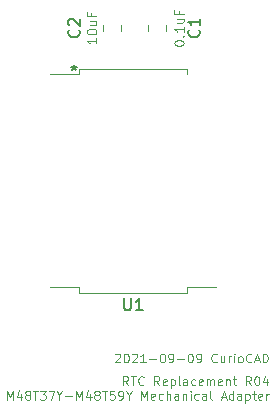
<source format=gto>
%TF.GenerationSoftware,KiCad,Pcbnew,(5.1.10)-1*%
%TF.CreationDate,2021-09-09T19:00:59-06:00*%
%TF.ProjectId,NVRTC,4e565254-432e-46b6-9963-61645f706362,3*%
%TF.SameCoordinates,Original*%
%TF.FileFunction,Legend,Top*%
%TF.FilePolarity,Positive*%
%FSLAX46Y46*%
G04 Gerber Fmt 4.6, Leading zero omitted, Abs format (unit mm)*
G04 Created by KiCad (PCBNEW (5.1.10)-1) date 2021-09-09 19:00:59*
%MOMM*%
%LPD*%
G01*
G04 APERTURE LIST*
%ADD10C,0.100000*%
%ADD11C,0.120000*%
%ADD12C,0.150000*%
%ADD13C,0.080000*%
G04 APERTURE END LIST*
D10*
X149493571Y-107035714D02*
X149529285Y-107000000D01*
X149600714Y-106964285D01*
X149779285Y-106964285D01*
X149850714Y-107000000D01*
X149886428Y-107035714D01*
X149922142Y-107107142D01*
X149922142Y-107178571D01*
X149886428Y-107285714D01*
X149457857Y-107714285D01*
X149922142Y-107714285D01*
X150386428Y-106964285D02*
X150457857Y-106964285D01*
X150529285Y-107000000D01*
X150565000Y-107035714D01*
X150600714Y-107107142D01*
X150636428Y-107250000D01*
X150636428Y-107428571D01*
X150600714Y-107571428D01*
X150565000Y-107642857D01*
X150529285Y-107678571D01*
X150457857Y-107714285D01*
X150386428Y-107714285D01*
X150315000Y-107678571D01*
X150279285Y-107642857D01*
X150243571Y-107571428D01*
X150207857Y-107428571D01*
X150207857Y-107250000D01*
X150243571Y-107107142D01*
X150279285Y-107035714D01*
X150315000Y-107000000D01*
X150386428Y-106964285D01*
X150922142Y-107035714D02*
X150957857Y-107000000D01*
X151029285Y-106964285D01*
X151207857Y-106964285D01*
X151279285Y-107000000D01*
X151315000Y-107035714D01*
X151350714Y-107107142D01*
X151350714Y-107178571D01*
X151315000Y-107285714D01*
X150886428Y-107714285D01*
X151350714Y-107714285D01*
X152065000Y-107714285D02*
X151636428Y-107714285D01*
X151850714Y-107714285D02*
X151850714Y-106964285D01*
X151779285Y-107071428D01*
X151707857Y-107142857D01*
X151636428Y-107178571D01*
X152386428Y-107428571D02*
X152957857Y-107428571D01*
X153457857Y-106964285D02*
X153529285Y-106964285D01*
X153600714Y-107000000D01*
X153636428Y-107035714D01*
X153672142Y-107107142D01*
X153707857Y-107250000D01*
X153707857Y-107428571D01*
X153672142Y-107571428D01*
X153636428Y-107642857D01*
X153600714Y-107678571D01*
X153529285Y-107714285D01*
X153457857Y-107714285D01*
X153386428Y-107678571D01*
X153350714Y-107642857D01*
X153315000Y-107571428D01*
X153279285Y-107428571D01*
X153279285Y-107250000D01*
X153315000Y-107107142D01*
X153350714Y-107035714D01*
X153386428Y-107000000D01*
X153457857Y-106964285D01*
X154065000Y-107714285D02*
X154207857Y-107714285D01*
X154279285Y-107678571D01*
X154315000Y-107642857D01*
X154386428Y-107535714D01*
X154422142Y-107392857D01*
X154422142Y-107107142D01*
X154386428Y-107035714D01*
X154350714Y-107000000D01*
X154279285Y-106964285D01*
X154136428Y-106964285D01*
X154065000Y-107000000D01*
X154029285Y-107035714D01*
X153993571Y-107107142D01*
X153993571Y-107285714D01*
X154029285Y-107357142D01*
X154065000Y-107392857D01*
X154136428Y-107428571D01*
X154279285Y-107428571D01*
X154350714Y-107392857D01*
X154386428Y-107357142D01*
X154422142Y-107285714D01*
X154743571Y-107428571D02*
X155315000Y-107428571D01*
X155815000Y-106964285D02*
X155886428Y-106964285D01*
X155957857Y-107000000D01*
X155993571Y-107035714D01*
X156029285Y-107107142D01*
X156065000Y-107250000D01*
X156065000Y-107428571D01*
X156029285Y-107571428D01*
X155993571Y-107642857D01*
X155957857Y-107678571D01*
X155886428Y-107714285D01*
X155815000Y-107714285D01*
X155743571Y-107678571D01*
X155707857Y-107642857D01*
X155672142Y-107571428D01*
X155636428Y-107428571D01*
X155636428Y-107250000D01*
X155672142Y-107107142D01*
X155707857Y-107035714D01*
X155743571Y-107000000D01*
X155815000Y-106964285D01*
X156422142Y-107714285D02*
X156565000Y-107714285D01*
X156636428Y-107678571D01*
X156672142Y-107642857D01*
X156743571Y-107535714D01*
X156779285Y-107392857D01*
X156779285Y-107107142D01*
X156743571Y-107035714D01*
X156707857Y-107000000D01*
X156636428Y-106964285D01*
X156493571Y-106964285D01*
X156422142Y-107000000D01*
X156386428Y-107035714D01*
X156350714Y-107107142D01*
X156350714Y-107285714D01*
X156386428Y-107357142D01*
X156422142Y-107392857D01*
X156493571Y-107428571D01*
X156636428Y-107428571D01*
X156707857Y-107392857D01*
X156743571Y-107357142D01*
X156779285Y-107285714D01*
X158100714Y-107642857D02*
X158065000Y-107678571D01*
X157957857Y-107714285D01*
X157886428Y-107714285D01*
X157779285Y-107678571D01*
X157707857Y-107607142D01*
X157672142Y-107535714D01*
X157636428Y-107392857D01*
X157636428Y-107285714D01*
X157672142Y-107142857D01*
X157707857Y-107071428D01*
X157779285Y-107000000D01*
X157886428Y-106964285D01*
X157957857Y-106964285D01*
X158065000Y-107000000D01*
X158100714Y-107035714D01*
X158743571Y-107214285D02*
X158743571Y-107714285D01*
X158422142Y-107214285D02*
X158422142Y-107607142D01*
X158457857Y-107678571D01*
X158529285Y-107714285D01*
X158636428Y-107714285D01*
X158707857Y-107678571D01*
X158743571Y-107642857D01*
X159100714Y-107714285D02*
X159100714Y-107214285D01*
X159100714Y-107357142D02*
X159136428Y-107285714D01*
X159172142Y-107250000D01*
X159243571Y-107214285D01*
X159315000Y-107214285D01*
X159565000Y-107714285D02*
X159565000Y-107214285D01*
X159565000Y-106964285D02*
X159529285Y-107000000D01*
X159565000Y-107035714D01*
X159600714Y-107000000D01*
X159565000Y-106964285D01*
X159565000Y-107035714D01*
X160029285Y-107714285D02*
X159957857Y-107678571D01*
X159922142Y-107642857D01*
X159886428Y-107571428D01*
X159886428Y-107357142D01*
X159922142Y-107285714D01*
X159957857Y-107250000D01*
X160029285Y-107214285D01*
X160136428Y-107214285D01*
X160207857Y-107250000D01*
X160243571Y-107285714D01*
X160279285Y-107357142D01*
X160279285Y-107571428D01*
X160243571Y-107642857D01*
X160207857Y-107678571D01*
X160136428Y-107714285D01*
X160029285Y-107714285D01*
X161029285Y-107642857D02*
X160993571Y-107678571D01*
X160886428Y-107714285D01*
X160815000Y-107714285D01*
X160707857Y-107678571D01*
X160636428Y-107607142D01*
X160600714Y-107535714D01*
X160565000Y-107392857D01*
X160565000Y-107285714D01*
X160600714Y-107142857D01*
X160636428Y-107071428D01*
X160707857Y-107000000D01*
X160815000Y-106964285D01*
X160886428Y-106964285D01*
X160993571Y-107000000D01*
X161029285Y-107035714D01*
X161315000Y-107500000D02*
X161672142Y-107500000D01*
X161243571Y-107714285D02*
X161493571Y-106964285D01*
X161743571Y-107714285D01*
X161993571Y-107714285D02*
X161993571Y-106964285D01*
X162172142Y-106964285D01*
X162279285Y-107000000D01*
X162350714Y-107071428D01*
X162386428Y-107142857D01*
X162422142Y-107285714D01*
X162422142Y-107392857D01*
X162386428Y-107535714D01*
X162350714Y-107607142D01*
X162279285Y-107678571D01*
X162172142Y-107714285D01*
X161993571Y-107714285D01*
X150600714Y-109641785D02*
X150350714Y-109284642D01*
X150172142Y-109641785D02*
X150172142Y-108891785D01*
X150457857Y-108891785D01*
X150529285Y-108927500D01*
X150565000Y-108963214D01*
X150600714Y-109034642D01*
X150600714Y-109141785D01*
X150565000Y-109213214D01*
X150529285Y-109248928D01*
X150457857Y-109284642D01*
X150172142Y-109284642D01*
X150815000Y-108891785D02*
X151243571Y-108891785D01*
X151029285Y-109641785D02*
X151029285Y-108891785D01*
X151922142Y-109570357D02*
X151886428Y-109606071D01*
X151779285Y-109641785D01*
X151707857Y-109641785D01*
X151600714Y-109606071D01*
X151529285Y-109534642D01*
X151493571Y-109463214D01*
X151457857Y-109320357D01*
X151457857Y-109213214D01*
X151493571Y-109070357D01*
X151529285Y-108998928D01*
X151600714Y-108927500D01*
X151707857Y-108891785D01*
X151779285Y-108891785D01*
X151886428Y-108927500D01*
X151922142Y-108963214D01*
X153243571Y-109641785D02*
X152993571Y-109284642D01*
X152815000Y-109641785D02*
X152815000Y-108891785D01*
X153100714Y-108891785D01*
X153172142Y-108927500D01*
X153207857Y-108963214D01*
X153243571Y-109034642D01*
X153243571Y-109141785D01*
X153207857Y-109213214D01*
X153172142Y-109248928D01*
X153100714Y-109284642D01*
X152815000Y-109284642D01*
X153850714Y-109606071D02*
X153779285Y-109641785D01*
X153636428Y-109641785D01*
X153565000Y-109606071D01*
X153529285Y-109534642D01*
X153529285Y-109248928D01*
X153565000Y-109177500D01*
X153636428Y-109141785D01*
X153779285Y-109141785D01*
X153850714Y-109177500D01*
X153886428Y-109248928D01*
X153886428Y-109320357D01*
X153529285Y-109391785D01*
X154207857Y-109141785D02*
X154207857Y-109891785D01*
X154207857Y-109177500D02*
X154279285Y-109141785D01*
X154422142Y-109141785D01*
X154493571Y-109177500D01*
X154529285Y-109213214D01*
X154565000Y-109284642D01*
X154565000Y-109498928D01*
X154529285Y-109570357D01*
X154493571Y-109606071D01*
X154422142Y-109641785D01*
X154279285Y-109641785D01*
X154207857Y-109606071D01*
X154993571Y-109641785D02*
X154922142Y-109606071D01*
X154886428Y-109534642D01*
X154886428Y-108891785D01*
X155600714Y-109641785D02*
X155600714Y-109248928D01*
X155565000Y-109177500D01*
X155493571Y-109141785D01*
X155350714Y-109141785D01*
X155279285Y-109177500D01*
X155600714Y-109606071D02*
X155529285Y-109641785D01*
X155350714Y-109641785D01*
X155279285Y-109606071D01*
X155243571Y-109534642D01*
X155243571Y-109463214D01*
X155279285Y-109391785D01*
X155350714Y-109356071D01*
X155529285Y-109356071D01*
X155600714Y-109320357D01*
X156279285Y-109606071D02*
X156207857Y-109641785D01*
X156065000Y-109641785D01*
X155993571Y-109606071D01*
X155957857Y-109570357D01*
X155922142Y-109498928D01*
X155922142Y-109284642D01*
X155957857Y-109213214D01*
X155993571Y-109177500D01*
X156065000Y-109141785D01*
X156207857Y-109141785D01*
X156279285Y-109177500D01*
X156886428Y-109606071D02*
X156815000Y-109641785D01*
X156672142Y-109641785D01*
X156600714Y-109606071D01*
X156565000Y-109534642D01*
X156565000Y-109248928D01*
X156600714Y-109177500D01*
X156672142Y-109141785D01*
X156815000Y-109141785D01*
X156886428Y-109177500D01*
X156922142Y-109248928D01*
X156922142Y-109320357D01*
X156565000Y-109391785D01*
X157243571Y-109641785D02*
X157243571Y-109141785D01*
X157243571Y-109213214D02*
X157279285Y-109177500D01*
X157350714Y-109141785D01*
X157457857Y-109141785D01*
X157529285Y-109177500D01*
X157565000Y-109248928D01*
X157565000Y-109641785D01*
X157565000Y-109248928D02*
X157600714Y-109177500D01*
X157672142Y-109141785D01*
X157779285Y-109141785D01*
X157850714Y-109177500D01*
X157886428Y-109248928D01*
X157886428Y-109641785D01*
X158529285Y-109606071D02*
X158457857Y-109641785D01*
X158315000Y-109641785D01*
X158243571Y-109606071D01*
X158207857Y-109534642D01*
X158207857Y-109248928D01*
X158243571Y-109177500D01*
X158315000Y-109141785D01*
X158457857Y-109141785D01*
X158529285Y-109177500D01*
X158565000Y-109248928D01*
X158565000Y-109320357D01*
X158207857Y-109391785D01*
X158886428Y-109141785D02*
X158886428Y-109641785D01*
X158886428Y-109213214D02*
X158922142Y-109177500D01*
X158993571Y-109141785D01*
X159100714Y-109141785D01*
X159172142Y-109177500D01*
X159207857Y-109248928D01*
X159207857Y-109641785D01*
X159457857Y-109141785D02*
X159743571Y-109141785D01*
X159565000Y-108891785D02*
X159565000Y-109534642D01*
X159600714Y-109606071D01*
X159672142Y-109641785D01*
X159743571Y-109641785D01*
X160993571Y-109641785D02*
X160743571Y-109284642D01*
X160565000Y-109641785D02*
X160565000Y-108891785D01*
X160850714Y-108891785D01*
X160922142Y-108927500D01*
X160957857Y-108963214D01*
X160993571Y-109034642D01*
X160993571Y-109141785D01*
X160957857Y-109213214D01*
X160922142Y-109248928D01*
X160850714Y-109284642D01*
X160565000Y-109284642D01*
X161457857Y-108891785D02*
X161529285Y-108891785D01*
X161600714Y-108927500D01*
X161636428Y-108963214D01*
X161672142Y-109034642D01*
X161707857Y-109177500D01*
X161707857Y-109356071D01*
X161672142Y-109498928D01*
X161636428Y-109570357D01*
X161600714Y-109606071D01*
X161529285Y-109641785D01*
X161457857Y-109641785D01*
X161386428Y-109606071D01*
X161350714Y-109570357D01*
X161315000Y-109498928D01*
X161279285Y-109356071D01*
X161279285Y-109177500D01*
X161315000Y-109034642D01*
X161350714Y-108963214D01*
X161386428Y-108927500D01*
X161457857Y-108891785D01*
X162350714Y-109141785D02*
X162350714Y-109641785D01*
X162172142Y-108856071D02*
X161993571Y-109391785D01*
X162457857Y-109391785D01*
X140350714Y-110866785D02*
X140350714Y-110116785D01*
X140600714Y-110652500D01*
X140850714Y-110116785D01*
X140850714Y-110866785D01*
X141529285Y-110366785D02*
X141529285Y-110866785D01*
X141350714Y-110081071D02*
X141172142Y-110616785D01*
X141636428Y-110616785D01*
X142029285Y-110438214D02*
X141957857Y-110402500D01*
X141922142Y-110366785D01*
X141886428Y-110295357D01*
X141886428Y-110259642D01*
X141922142Y-110188214D01*
X141957857Y-110152500D01*
X142029285Y-110116785D01*
X142172142Y-110116785D01*
X142243571Y-110152500D01*
X142279285Y-110188214D01*
X142314999Y-110259642D01*
X142314999Y-110295357D01*
X142279285Y-110366785D01*
X142243571Y-110402500D01*
X142172142Y-110438214D01*
X142029285Y-110438214D01*
X141957857Y-110473928D01*
X141922142Y-110509642D01*
X141886428Y-110581071D01*
X141886428Y-110723928D01*
X141922142Y-110795357D01*
X141957857Y-110831071D01*
X142029285Y-110866785D01*
X142172142Y-110866785D01*
X142243571Y-110831071D01*
X142279285Y-110795357D01*
X142314999Y-110723928D01*
X142314999Y-110581071D01*
X142279285Y-110509642D01*
X142243571Y-110473928D01*
X142172142Y-110438214D01*
X142529285Y-110116785D02*
X142957857Y-110116785D01*
X142743571Y-110866785D02*
X142743571Y-110116785D01*
X143136428Y-110116785D02*
X143600714Y-110116785D01*
X143350714Y-110402500D01*
X143457857Y-110402500D01*
X143529285Y-110438214D01*
X143564999Y-110473928D01*
X143600714Y-110545357D01*
X143600714Y-110723928D01*
X143564999Y-110795357D01*
X143529285Y-110831071D01*
X143457857Y-110866785D01*
X143243571Y-110866785D01*
X143172142Y-110831071D01*
X143136428Y-110795357D01*
X143850714Y-110116785D02*
X144350714Y-110116785D01*
X144029285Y-110866785D01*
X144779285Y-110509642D02*
X144779285Y-110866785D01*
X144529285Y-110116785D02*
X144779285Y-110509642D01*
X145029285Y-110116785D01*
X145279285Y-110581071D02*
X145850714Y-110581071D01*
X146207857Y-110866785D02*
X146207857Y-110116785D01*
X146457857Y-110652500D01*
X146707857Y-110116785D01*
X146707857Y-110866785D01*
X147386428Y-110366785D02*
X147386428Y-110866785D01*
X147207857Y-110081071D02*
X147029285Y-110616785D01*
X147493571Y-110616785D01*
X147886428Y-110438214D02*
X147814999Y-110402500D01*
X147779285Y-110366785D01*
X147743571Y-110295357D01*
X147743571Y-110259642D01*
X147779285Y-110188214D01*
X147814999Y-110152500D01*
X147886428Y-110116785D01*
X148029285Y-110116785D01*
X148100714Y-110152500D01*
X148136428Y-110188214D01*
X148172142Y-110259642D01*
X148172142Y-110295357D01*
X148136428Y-110366785D01*
X148100714Y-110402500D01*
X148029285Y-110438214D01*
X147886428Y-110438214D01*
X147814999Y-110473928D01*
X147779285Y-110509642D01*
X147743571Y-110581071D01*
X147743571Y-110723928D01*
X147779285Y-110795357D01*
X147814999Y-110831071D01*
X147886428Y-110866785D01*
X148029285Y-110866785D01*
X148100714Y-110831071D01*
X148136428Y-110795357D01*
X148172142Y-110723928D01*
X148172142Y-110581071D01*
X148136428Y-110509642D01*
X148100714Y-110473928D01*
X148029285Y-110438214D01*
X148386428Y-110116785D02*
X148814999Y-110116785D01*
X148600714Y-110866785D02*
X148600714Y-110116785D01*
X149422142Y-110116785D02*
X149064999Y-110116785D01*
X149029285Y-110473928D01*
X149064999Y-110438214D01*
X149136428Y-110402500D01*
X149314999Y-110402500D01*
X149386428Y-110438214D01*
X149422142Y-110473928D01*
X149457857Y-110545357D01*
X149457857Y-110723928D01*
X149422142Y-110795357D01*
X149386428Y-110831071D01*
X149314999Y-110866785D01*
X149136428Y-110866785D01*
X149064999Y-110831071D01*
X149029285Y-110795357D01*
X149814999Y-110866785D02*
X149957857Y-110866785D01*
X150029285Y-110831071D01*
X150064999Y-110795357D01*
X150136428Y-110688214D01*
X150172142Y-110545357D01*
X150172142Y-110259642D01*
X150136428Y-110188214D01*
X150100714Y-110152500D01*
X150029285Y-110116785D01*
X149886428Y-110116785D01*
X149814999Y-110152500D01*
X149779285Y-110188214D01*
X149743571Y-110259642D01*
X149743571Y-110438214D01*
X149779285Y-110509642D01*
X149814999Y-110545357D01*
X149886428Y-110581071D01*
X150029285Y-110581071D01*
X150100714Y-110545357D01*
X150136428Y-110509642D01*
X150172142Y-110438214D01*
X150636428Y-110509642D02*
X150636428Y-110866785D01*
X150386428Y-110116785D02*
X150636428Y-110509642D01*
X150886428Y-110116785D01*
X151707857Y-110866785D02*
X151707857Y-110116785D01*
X151957857Y-110652500D01*
X152207857Y-110116785D01*
X152207857Y-110866785D01*
X152850714Y-110831071D02*
X152779285Y-110866785D01*
X152636428Y-110866785D01*
X152564999Y-110831071D01*
X152529285Y-110759642D01*
X152529285Y-110473928D01*
X152564999Y-110402500D01*
X152636428Y-110366785D01*
X152779285Y-110366785D01*
X152850714Y-110402500D01*
X152886428Y-110473928D01*
X152886428Y-110545357D01*
X152529285Y-110616785D01*
X153529285Y-110831071D02*
X153457857Y-110866785D01*
X153314999Y-110866785D01*
X153243571Y-110831071D01*
X153207857Y-110795357D01*
X153172142Y-110723928D01*
X153172142Y-110509642D01*
X153207857Y-110438214D01*
X153243571Y-110402500D01*
X153314999Y-110366785D01*
X153457857Y-110366785D01*
X153529285Y-110402500D01*
X153850714Y-110866785D02*
X153850714Y-110116785D01*
X154172142Y-110866785D02*
X154172142Y-110473928D01*
X154136428Y-110402500D01*
X154064999Y-110366785D01*
X153957857Y-110366785D01*
X153886428Y-110402500D01*
X153850714Y-110438214D01*
X154850714Y-110866785D02*
X154850714Y-110473928D01*
X154814999Y-110402500D01*
X154743571Y-110366785D01*
X154600714Y-110366785D01*
X154529285Y-110402500D01*
X154850714Y-110831071D02*
X154779285Y-110866785D01*
X154600714Y-110866785D01*
X154529285Y-110831071D01*
X154493571Y-110759642D01*
X154493571Y-110688214D01*
X154529285Y-110616785D01*
X154600714Y-110581071D01*
X154779285Y-110581071D01*
X154850714Y-110545357D01*
X155207857Y-110366785D02*
X155207857Y-110866785D01*
X155207857Y-110438214D02*
X155243571Y-110402500D01*
X155314999Y-110366785D01*
X155422142Y-110366785D01*
X155493571Y-110402500D01*
X155529285Y-110473928D01*
X155529285Y-110866785D01*
X155886428Y-110866785D02*
X155886428Y-110366785D01*
X155886428Y-110116785D02*
X155850714Y-110152500D01*
X155886428Y-110188214D01*
X155922142Y-110152500D01*
X155886428Y-110116785D01*
X155886428Y-110188214D01*
X156564999Y-110831071D02*
X156493571Y-110866785D01*
X156350714Y-110866785D01*
X156279285Y-110831071D01*
X156243571Y-110795357D01*
X156207857Y-110723928D01*
X156207857Y-110509642D01*
X156243571Y-110438214D01*
X156279285Y-110402500D01*
X156350714Y-110366785D01*
X156493571Y-110366785D01*
X156564999Y-110402500D01*
X157207857Y-110866785D02*
X157207857Y-110473928D01*
X157172142Y-110402500D01*
X157100714Y-110366785D01*
X156957857Y-110366785D01*
X156886428Y-110402500D01*
X157207857Y-110831071D02*
X157136428Y-110866785D01*
X156957857Y-110866785D01*
X156886428Y-110831071D01*
X156850714Y-110759642D01*
X156850714Y-110688214D01*
X156886428Y-110616785D01*
X156957857Y-110581071D01*
X157136428Y-110581071D01*
X157207857Y-110545357D01*
X157672142Y-110866785D02*
X157600714Y-110831071D01*
X157564999Y-110759642D01*
X157564999Y-110116785D01*
X158493571Y-110652500D02*
X158850714Y-110652500D01*
X158422142Y-110866785D02*
X158672142Y-110116785D01*
X158922142Y-110866785D01*
X159493571Y-110866785D02*
X159493571Y-110116785D01*
X159493571Y-110831071D02*
X159422142Y-110866785D01*
X159279285Y-110866785D01*
X159207857Y-110831071D01*
X159172142Y-110795357D01*
X159136428Y-110723928D01*
X159136428Y-110509642D01*
X159172142Y-110438214D01*
X159207857Y-110402500D01*
X159279285Y-110366785D01*
X159422142Y-110366785D01*
X159493571Y-110402500D01*
X160172142Y-110866785D02*
X160172142Y-110473928D01*
X160136428Y-110402500D01*
X160064999Y-110366785D01*
X159922142Y-110366785D01*
X159850714Y-110402500D01*
X160172142Y-110831071D02*
X160100714Y-110866785D01*
X159922142Y-110866785D01*
X159850714Y-110831071D01*
X159814999Y-110759642D01*
X159814999Y-110688214D01*
X159850714Y-110616785D01*
X159922142Y-110581071D01*
X160100714Y-110581071D01*
X160172142Y-110545357D01*
X160529285Y-110366785D02*
X160529285Y-111116785D01*
X160529285Y-110402500D02*
X160600714Y-110366785D01*
X160743571Y-110366785D01*
X160814999Y-110402500D01*
X160850714Y-110438214D01*
X160886428Y-110509642D01*
X160886428Y-110723928D01*
X160850714Y-110795357D01*
X160814999Y-110831071D01*
X160743571Y-110866785D01*
X160600714Y-110866785D01*
X160529285Y-110831071D01*
X161100714Y-110366785D02*
X161386428Y-110366785D01*
X161207857Y-110116785D02*
X161207857Y-110759642D01*
X161243571Y-110831071D01*
X161314999Y-110866785D01*
X161386428Y-110866785D01*
X161922142Y-110831071D02*
X161850714Y-110866785D01*
X161707857Y-110866785D01*
X161636428Y-110831071D01*
X161600714Y-110759642D01*
X161600714Y-110473928D01*
X161636428Y-110402500D01*
X161707857Y-110366785D01*
X161850714Y-110366785D01*
X161922142Y-110402500D01*
X161957857Y-110473928D01*
X161957857Y-110545357D01*
X161600714Y-110616785D01*
X162279285Y-110866785D02*
X162279285Y-110366785D01*
X162279285Y-110509642D02*
X162314999Y-110438214D01*
X162350714Y-110402500D01*
X162422142Y-110366785D01*
X162493571Y-110366785D01*
D11*
%TO.C,U1*%
X146400000Y-101840000D02*
X155600000Y-101840000D01*
X146400000Y-82840000D02*
X155600000Y-82840000D01*
X146400000Y-101840000D02*
X146400000Y-101340000D01*
X146400000Y-101340000D02*
X144000000Y-101340000D01*
X155600000Y-101840000D02*
X155600000Y-101340000D01*
X155600000Y-101340000D02*
X158000000Y-101340000D01*
X146400000Y-82840000D02*
X146400000Y-83340000D01*
X146400000Y-83340000D02*
X144000000Y-83340000D01*
X155600000Y-82840000D02*
X155600000Y-83340000D01*
%TO.C,C2*%
X149960000Y-79135248D02*
X149960000Y-79657752D01*
X148490000Y-79135248D02*
X148490000Y-79657752D01*
%TO.C,C1*%
X153770000Y-79135248D02*
X153770000Y-79657752D01*
X152300000Y-79135248D02*
X152300000Y-79657752D01*
%TO.C,U1*%
D12*
X150238095Y-102292380D02*
X150238095Y-103101904D01*
X150285714Y-103197142D01*
X150333333Y-103244761D01*
X150428571Y-103292380D01*
X150619047Y-103292380D01*
X150714285Y-103244761D01*
X150761904Y-103197142D01*
X150809523Y-103101904D01*
X150809523Y-102292380D01*
X151809523Y-103292380D02*
X151238095Y-103292380D01*
X151523809Y-103292380D02*
X151523809Y-102292380D01*
X151428571Y-102435238D01*
X151333333Y-102530476D01*
X151238095Y-102578095D01*
X146000000Y-82542380D02*
X146000000Y-82780476D01*
X145761904Y-82685238D02*
X146000000Y-82780476D01*
X146238095Y-82685238D01*
X145857142Y-82970952D02*
X146000000Y-82780476D01*
X146142857Y-82970952D01*
%TO.C,C2*%
X146407142Y-79563166D02*
X146454761Y-79610785D01*
X146502380Y-79753642D01*
X146502380Y-79848880D01*
X146454761Y-79991738D01*
X146359523Y-80086976D01*
X146264285Y-80134595D01*
X146073809Y-80182214D01*
X145930952Y-80182214D01*
X145740476Y-80134595D01*
X145645238Y-80086976D01*
X145550000Y-79991738D01*
X145502380Y-79848880D01*
X145502380Y-79753642D01*
X145550000Y-79610785D01*
X145597619Y-79563166D01*
X145597619Y-79182214D02*
X145550000Y-79134595D01*
X145502380Y-79039357D01*
X145502380Y-78801261D01*
X145550000Y-78706023D01*
X145597619Y-78658404D01*
X145692857Y-78610785D01*
X145788095Y-78610785D01*
X145930952Y-78658404D01*
X146502380Y-79229833D01*
X146502380Y-78610785D01*
D13*
X147906904Y-80253642D02*
X147906904Y-80710785D01*
X147906904Y-80482214D02*
X147106904Y-80482214D01*
X147221190Y-80558404D01*
X147297380Y-80634595D01*
X147335476Y-80710785D01*
X147106904Y-79758404D02*
X147106904Y-79682214D01*
X147145000Y-79606023D01*
X147183095Y-79567928D01*
X147259285Y-79529833D01*
X147411666Y-79491738D01*
X147602142Y-79491738D01*
X147754523Y-79529833D01*
X147830714Y-79567928D01*
X147868809Y-79606023D01*
X147906904Y-79682214D01*
X147906904Y-79758404D01*
X147868809Y-79834595D01*
X147830714Y-79872690D01*
X147754523Y-79910785D01*
X147602142Y-79948880D01*
X147411666Y-79948880D01*
X147259285Y-79910785D01*
X147183095Y-79872690D01*
X147145000Y-79834595D01*
X147106904Y-79758404D01*
X147373571Y-78806023D02*
X147906904Y-78806023D01*
X147373571Y-79148880D02*
X147792619Y-79148880D01*
X147868809Y-79110785D01*
X147906904Y-79034595D01*
X147906904Y-78920309D01*
X147868809Y-78844119D01*
X147830714Y-78806023D01*
X147487857Y-78158404D02*
X147487857Y-78425071D01*
X147906904Y-78425071D02*
X147106904Y-78425071D01*
X147106904Y-78044119D01*
%TO.C,C1*%
D12*
X156567142Y-79563166D02*
X156614761Y-79610785D01*
X156662380Y-79753642D01*
X156662380Y-79848880D01*
X156614761Y-79991738D01*
X156519523Y-80086976D01*
X156424285Y-80134595D01*
X156233809Y-80182214D01*
X156090952Y-80182214D01*
X155900476Y-80134595D01*
X155805238Y-80086976D01*
X155710000Y-79991738D01*
X155662380Y-79848880D01*
X155662380Y-79753642D01*
X155710000Y-79610785D01*
X155757619Y-79563166D01*
X156662380Y-78610785D02*
X156662380Y-79182214D01*
X156662380Y-78896500D02*
X155662380Y-78896500D01*
X155805238Y-78991738D01*
X155900476Y-79086976D01*
X155948095Y-79182214D01*
D13*
X154501904Y-80710785D02*
X154501904Y-80634595D01*
X154540000Y-80558404D01*
X154578095Y-80520309D01*
X154654285Y-80482214D01*
X154806666Y-80444119D01*
X154997142Y-80444119D01*
X155149523Y-80482214D01*
X155225714Y-80520309D01*
X155263809Y-80558404D01*
X155301904Y-80634595D01*
X155301904Y-80710785D01*
X155263809Y-80786976D01*
X155225714Y-80825071D01*
X155149523Y-80863166D01*
X154997142Y-80901261D01*
X154806666Y-80901261D01*
X154654285Y-80863166D01*
X154578095Y-80825071D01*
X154540000Y-80786976D01*
X154501904Y-80710785D01*
X155225714Y-80101261D02*
X155263809Y-80063166D01*
X155301904Y-80101261D01*
X155263809Y-80139357D01*
X155225714Y-80101261D01*
X155301904Y-80101261D01*
X155301904Y-79301261D02*
X155301904Y-79758404D01*
X155301904Y-79529833D02*
X154501904Y-79529833D01*
X154616190Y-79606023D01*
X154692380Y-79682214D01*
X154730476Y-79758404D01*
X154768571Y-78615547D02*
X155301904Y-78615547D01*
X154768571Y-78958404D02*
X155187619Y-78958404D01*
X155263809Y-78920309D01*
X155301904Y-78844119D01*
X155301904Y-78729833D01*
X155263809Y-78653642D01*
X155225714Y-78615547D01*
X154882857Y-77967928D02*
X154882857Y-78234595D01*
X155301904Y-78234595D02*
X154501904Y-78234595D01*
X154501904Y-77853642D01*
%TD*%
M02*

</source>
